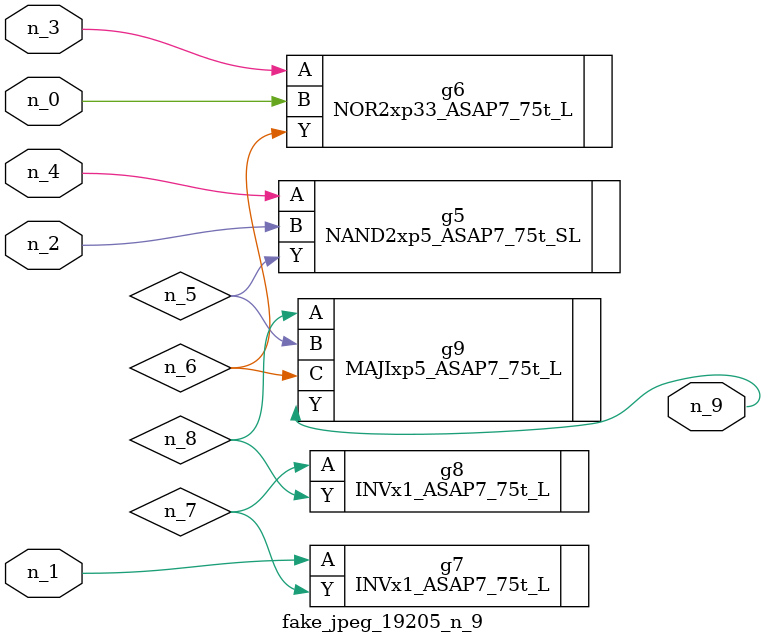
<source format=v>
module fake_jpeg_19205_n_9 (n_3, n_2, n_1, n_0, n_4, n_9);

input n_3;
input n_2;
input n_1;
input n_0;
input n_4;

output n_9;

wire n_8;
wire n_6;
wire n_5;
wire n_7;

NAND2xp5_ASAP7_75t_SL g5 ( 
.A(n_4),
.B(n_2),
.Y(n_5)
);

NOR2xp33_ASAP7_75t_L g6 ( 
.A(n_3),
.B(n_0),
.Y(n_6)
);

INVx1_ASAP7_75t_L g7 ( 
.A(n_1),
.Y(n_7)
);

INVx1_ASAP7_75t_L g8 ( 
.A(n_7),
.Y(n_8)
);

MAJIxp5_ASAP7_75t_L g9 ( 
.A(n_8),
.B(n_5),
.C(n_6),
.Y(n_9)
);


endmodule
</source>
